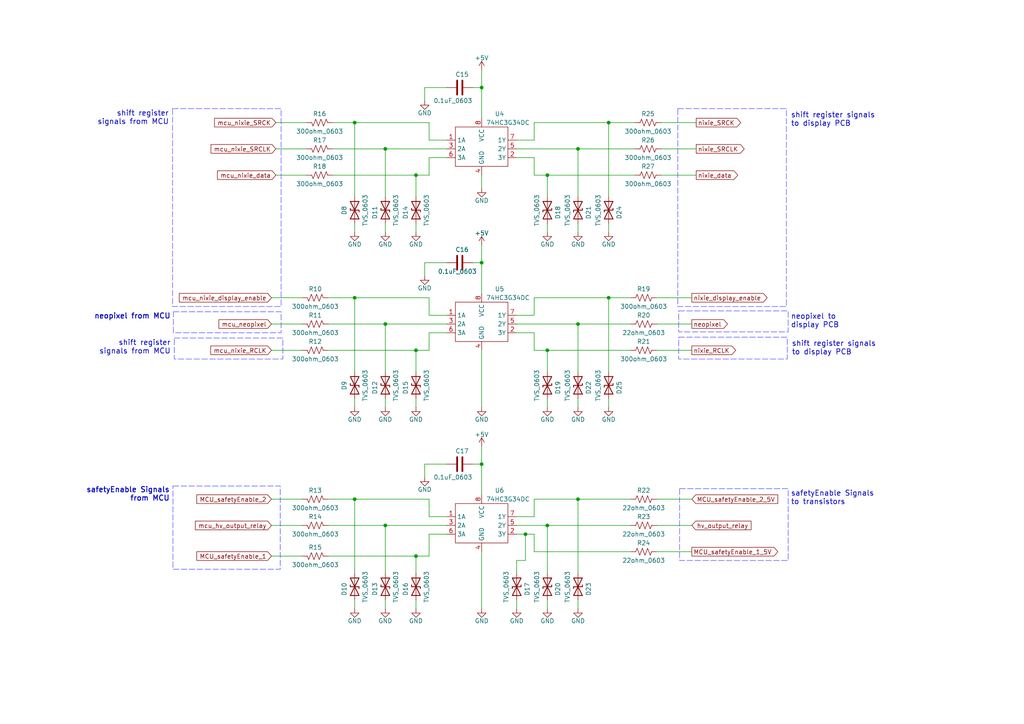
<source format=kicad_sch>
(kicad_sch (version 20250114) (generator "eeschema") (generator_version "9.0")
  (paper "A4")
  (title_block (title "3.3V -> 5.0V Level Shifting") (date "2025-OCT-04") (rev "1") (company "Kadin Whiting"))
  (lib_symbols
    (symbol "Device:C" (pin_numbers (hide yes)) (pin_names (offset 0.254))
      (property "Reference" "C" (at 0.635 2.54 0))
      (property "Value" "C" (at 0.635 -2.54 0))
      (symbol "C_0_1"
        (polyline (pts (xy -2.032 0.762) (xy 2.032 0.762)) (stroke (width 0.508)))
        (polyline (pts (xy -2.032 -0.762) (xy 2.032 -0.762)) (stroke (width 0.508)))
      )
      (symbol "C_1_1"
        (pin passive line (at 0 3.81 270) (length 2.794) (name "~") (number "1"))
        (pin passive line (at 0 -3.81 90) (length 2.794) (name "~") (number "2"))
      )
    )
    (symbol "Device:R_US" (pin_numbers (hide yes)) (pin_names (offset 0))
      (property "Reference" "R" (at 2.54 0 90))
      (property "Value" "R_US" (at -2.54 0 90))
      (symbol "R_US_0_1"
        (polyline (pts (xy 0 2.286) (xy 0 2.54)))
        (polyline (pts (xy 0 2.286) (xy 1.016 1.905) (xy 0 1.524) (xy -1.016 1.143) (xy 0 0.762)))
        (polyline (pts (xy 0 0.762) (xy 1.016 0.381) (xy 0 0) (xy -1.016 -0.381) (xy 0 -0.762)))
        (polyline (pts (xy 0 -0.762) (xy 1.016 -1.143) (xy 0 -1.524) (xy -1.016 -1.905) (xy 0 -2.286)))
        (polyline (pts (xy 0 -2.286) (xy 0 -2.54)))
      )
      (symbol "R_US_1_1"
        (pin passive line (at 0 3.81 270) (length 1.27) (name "~") (number "1"))
        (pin passive line (at 0 -3.81 90) (length 1.27) (name "~") (number "2"))
      )
    )
    (symbol "HDD_CLK_V6.0:74HC3G34DC"
      (property "Reference" "U1" (at 3.81 16.51 0))
      (property "Value" "74HC3G34DC" (at 7.62 13.97 0))
      (symbol "74HC3G34DC_0_1"
        (rectangle (start -7.62 12.7) (end 7.62 1.27))
      )
      (symbol "74HC3G34DC_1_1"
        (pin input line (at -10.16 8.89 0) (length 2.54) (name "1A") (number "1"))
        (pin input line (at -10.16 6.35 0) (length 2.54) (name "2A") (number "3"))
        (pin input line (at -10.16 3.81 0) (length 2.54) (name "3A") (number "6"))
        (pin power_in line (at 0 15.24 270) (length 2.54) (name "VCC") (number "8"))
        (pin power_in line (at 0 -1.27 90) (length 2.54) (name "GND") (number "4"))
        (pin output line (at 10.16 8.89 180) (length 2.54) (name "1Y") (number "7"))
        (pin output line (at 10.16 6.35 180) (length 2.54) (name "2Y") (number "5"))
        (pin output line (at 10.16 3.81 180) (length 2.54) (name "3Y") (number "2"))
      )
    )
    (symbol "HDD_CLK_V6.0:CG0603MLC-05LE" (pin_numbers (hide yes)) (pin_names (offset 1.016) (hide yes))
      (property "Reference" "D11" (at 3.048 1.27 0))
      (property "Value" "CG0603MLC-05LE" (at -3.048 4.572 0))
      (symbol "CG0603MLC-05LE_0_1"
        (polyline (pts (xy -2.54 1.27) (xy -2.54 -1.27) (xy 2.54 1.27) (xy 2.54 -1.27) (xy -2.54 1.27)) (stroke (width 0.254)))
        (polyline (pts (xy 0.508 1.27) (xy 0 1.27) (xy 0 -1.27) (xy -0.508 -1.27)) (stroke (width 0.254)))
        (polyline (pts (xy 1.27 0) (xy -1.27 0)))
      )
      (symbol "CG0603MLC-05LE_1_1"
        (pin passive line (at -3.81 0 0) (length 2.54) (name "A1") (number "1"))
        (pin passive line (at 3.81 0 180) (length 2.54) (name "A2") (number "2"))
      )
    )
    (symbol "power:+5V" (power) (pin_names (offset 0))
      (property "Value" "+5V" (at 0 3.556 0))
      (symbol "+5V_0_1"
        (polyline (pts (xy -0.762 1.27) (xy 0 2.54)))
        (polyline (pts (xy 0 2.54) (xy 0.762 1.27)))
        (polyline (pts (xy 0 0) (xy 0 2.54)))
      )
      (symbol "+5V_1_1"
        (pin power_in line (at 0 0 90) (length 0) (hide yes) (name "+5V") (number "1"))
      )
    )
    (symbol "power:GND" (power) (pin_names (offset 0))
      (property "Value" "GND" (at 0 -3.81 0))
      (symbol "GND_0_1"
        (polyline (pts (xy 0 0) (xy 0 -1.27) (xy 1.27 -1.27) (xy 0 -2.54) (xy -1.27 -1.27) (xy 0 -1.27)))
      )
      (symbol "GND_1_1"
        (pin power_in line (at 0 0 270) (length 0) (hide yes) (name "GND") (number "1"))
      )
    )
  )
  (rectangle (start 50.165 140.97) (end 81.28 165.1) (stroke (width 0) (type dash) (color 72 73 255 1)))
  (rectangle (start 50.038 31.496) (end 81.534 88.9) (stroke (width 0) (type dash) (color 72 73 255 1)))
  (rectangle (start 50.292 90.424) (end 81.534 96.52) (stroke (width 0) (type dash) (color 72 73 255 1)))
  (rectangle (start 196.85 90.17) (end 228.6 96.266) (stroke (width 0) (type dash) (color 72 73 255 1)))
  (rectangle (start 50.546 98.044) (end 82.042 104.14) (stroke (width 0) (type dash) (color 72 73 255 1)))
  (rectangle (start 196.85 97.79) (end 228.346 104.14) (stroke (width 0) (type dash) (color 72 73 255 1)))
  (rectangle (start 197.104 141.732) (end 228.6 162.56) (stroke (width 0) (type dash) (color 72 73 255 1)))
  (rectangle (start 196.596 31.496) (end 228.092 88.9) (stroke (width 0) (type dash) (color 72 73 255 1)))
  (text "safetyEnable Signals\nfrom MCU" (at 49.276 145.542 0) (effects (font (size 1.524 1.524) (thickness 0.25)) (justify right bottom)))
  (text "shift register\nsignals from MCU" (at 49.022 36.322 0) (effects (font (size 1.524 1.524) (thickness 0.1905)) (justify right bottom)))
  (text "shift register signals \nto display PCB" (at 229.616 103.124 0) (effects (font (size 1.524 1.524) (thickness 0.1905)) (justify left bottom)))
  (text "neopixel to\ndisplay PCB" (at 229.362 95.25 0) (effects (font (size 1.524 1.524) (thickness 0.1905)) (justify left bottom)))
  (text "neopixel from MCU" (at 49.53 92.71 0) (effects (font (size 1.524 1.524) (thickness 0.25)) (justify right bottom)))
  (text "safetyEnable Signals\nto transistors" (at 229.362 146.558 0) (effects (font (size 1.524 1.524) (thickness 0.1905)) (justify left bottom)))
  (text "shift register\nsignals from MCU" (at 49.53 102.87 0) (effects (font (size 1.524 1.524) (thickness 0.1905)) (justify right bottom)))
  (text "shift register signals \nto display PCB" (at 229.362 36.83 0) (effects (font (size 1.524 1.524) (thickness 0.1905)) (justify left bottom)))
  (junction (at 152.4 154.94))
  (junction (at 139.7 25.4))
  (junction (at 120.65 161.29))
  (junction (at 139.7 134.62))
  (junction (at 120.65 101.6))
  (junction (at 139.7 76.2))
  (junction (at 102.87 35.56))
  (junction (at 102.87 144.78))
  (junction (at 111.76 93.98))
  (junction (at 111.76 43.18))
  (junction (at 176.53 86.36))
  (junction (at 158.75 50.8))
  (junction (at 158.75 101.6))
  (junction (at 120.65 50.8))
  (junction (at 158.75 152.4))
  (junction (at 111.76 152.4))
  (junction (at 167.64 43.18))
  (junction (at 176.53 35.56))
  (junction (at 102.87 86.36))
  (junction (at 167.64 93.98))
  (junction (at 167.64 144.78))
  (wire (pts (xy 158.75 152.4) (xy 149.86 152.4)))
  (wire (pts (xy 176.53 64.77) (xy 176.53 67.31)))
  (wire (pts (xy 124.46 40.64) (xy 124.46 35.56)))
  (wire (pts (xy 190.5 144.78) (xy 200.66 144.78)))
  (wire (pts (xy 129.54 149.86) (xy 124.46 149.86)))
  (wire (pts (xy 139.7 160.02) (xy 139.7 176.53)))
  (wire (pts (xy 190.5 160.02) (xy 200.66 160.02)))
  (wire (pts (xy 139.7 50.8) (xy 139.7 54.61)))
  (wire (pts (xy 123.19 80.01) (xy 123.19 76.2)))
  (wire (pts (xy 111.76 115.57) (xy 111.76 118.11)))
  (wire (pts (xy 137.16 134.62) (xy 139.7 134.62)))
  (wire (pts (xy 149.86 40.64) (xy 154.94 40.64)))
  (wire (pts (xy 111.76 152.4) (xy 129.54 152.4)))
  (wire (pts (xy 158.75 101.6) (xy 158.75 107.95)))
  (wire (pts (xy 176.53 86.36) (xy 176.53 107.95)))
  (wire (pts (xy 149.86 45.72) (xy 154.94 45.72)))
  (wire (pts (xy 139.7 25.4) (xy 139.7 34.29)))
  (wire (pts (xy 102.87 35.56) (xy 96.52 35.56)))
  (wire (pts (xy 120.65 173.99) (xy 120.65 176.53)))
  (wire (pts (xy 80.01 43.18) (xy 88.9 43.18)))
  (wire (pts (xy 102.87 173.99) (xy 102.87 176.53)))
  (wire (pts (xy 95.25 101.6) (xy 120.65 101.6)))
  (wire (pts (xy 102.87 35.56) (xy 102.87 57.15)))
  (wire (pts (xy 149.86 162.56) (xy 152.4 162.56)))
  (wire (pts (xy 111.76 43.18) (xy 129.54 43.18)))
  (wire (pts (xy 191.77 43.18) (xy 201.93 43.18)))
  (wire (pts (xy 124.46 161.29) (xy 124.46 154.94)))
  (wire (pts (xy 120.65 64.77) (xy 120.65 67.31)))
  (wire (pts (xy 149.86 91.44) (xy 154.94 91.44)))
  (wire (pts (xy 158.75 152.4) (xy 158.75 166.37)))
  (wire (pts (xy 167.64 173.99) (xy 167.64 176.53)))
  (wire (pts (xy 149.86 149.86) (xy 154.94 149.86)))
  (wire (pts (xy 111.76 64.77) (xy 111.76 67.31)))
  (wire (pts (xy 95.25 161.29) (xy 120.65 161.29)))
  (wire (pts (xy 154.94 144.78) (xy 167.64 144.78)))
  (wire (pts (xy 152.4 154.94) (xy 154.94 154.94)))
  (wire (pts (xy 120.65 50.8) (xy 124.46 50.8)))
  (wire (pts (xy 95.25 152.4) (xy 111.76 152.4)))
  (wire (pts (xy 123.19 134.62) (xy 129.54 134.62)))
  (wire (pts (xy 78.74 152.4) (xy 87.63 152.4)))
  (wire (pts (xy 120.65 101.6) (xy 124.46 101.6)))
  (wire (pts (xy 137.16 76.2) (xy 139.7 76.2)))
  (wire (pts (xy 139.7 129.54) (xy 139.7 134.62)))
  (wire (pts (xy 176.53 86.36) (xy 182.88 86.36)))
  (wire (pts (xy 154.94 45.72) (xy 154.94 50.8)))
  (wire (pts (xy 139.7 101.6) (xy 139.7 118.11)))
  (wire (pts (xy 102.87 115.57) (xy 102.87 118.11)))
  (wire (pts (xy 111.76 173.99) (xy 111.76 176.53)))
  (wire (pts (xy 182.88 160.02) (xy 154.94 160.02)))
  (wire (pts (xy 80.01 50.8) (xy 88.9 50.8)))
  (wire (pts (xy 120.65 101.6) (xy 120.65 107.95)))
  (wire (pts (xy 111.76 93.98) (xy 111.76 107.95)))
  (wire (pts (xy 158.75 50.8) (xy 158.75 57.15)))
  (wire (pts (xy 96.52 43.18) (xy 111.76 43.18)))
  (wire (pts (xy 78.74 93.98) (xy 87.63 93.98)))
  (wire (pts (xy 123.19 138.43) (xy 123.19 134.62)))
  (wire (pts (xy 154.94 160.02) (xy 154.94 154.94)))
  (wire (pts (xy 191.77 50.8) (xy 201.93 50.8)))
  (wire (pts (xy 124.46 45.72) (xy 124.46 50.8)))
  (wire (pts (xy 176.53 115.57) (xy 176.53 118.11)))
  (wire (pts (xy 167.64 43.18) (xy 167.64 57.15)))
  (wire (pts (xy 80.01 35.56) (xy 88.9 35.56)))
  (wire (pts (xy 158.75 101.6) (xy 154.94 101.6)))
  (wire (pts (xy 167.64 115.57) (xy 167.64 118.11)))
  (wire (pts (xy 176.53 35.56) (xy 184.15 35.56)))
  (wire (pts (xy 102.87 144.78) (xy 95.25 144.78)))
  (wire (pts (xy 139.7 76.2) (xy 139.7 85.09)))
  (wire (pts (xy 167.64 93.98) (xy 167.64 107.95)))
  (wire (pts (xy 111.76 43.18) (xy 111.76 57.15)))
  (wire (pts (xy 154.94 86.36) (xy 176.53 86.36)))
  (wire (pts (xy 139.7 134.62) (xy 139.7 143.51)))
  (wire (pts (xy 190.5 101.6) (xy 200.66 101.6)))
  (wire (pts (xy 124.46 35.56) (xy 102.87 35.56)))
  (wire (pts (xy 158.75 50.8) (xy 154.94 50.8)))
  (wire (pts (xy 96.52 50.8) (xy 120.65 50.8)))
  (wire (pts (xy 78.74 86.36) (xy 87.63 86.36)))
  (wire (pts (xy 78.74 161.29) (xy 87.63 161.29)))
  (wire (pts (xy 95.25 93.98) (xy 111.76 93.98)))
  (wire (pts (xy 124.46 149.86) (xy 124.46 144.78)))
  (wire (pts (xy 190.5 152.4) (xy 200.66 152.4)))
  (wire (pts (xy 139.7 20.32) (xy 139.7 25.4)))
  (wire (pts (xy 124.46 96.52) (xy 124.46 101.6)))
  (wire (pts (xy 158.75 115.57) (xy 158.75 118.11)))
  (wire (pts (xy 191.77 35.56) (xy 201.93 35.56)))
  (wire (pts (xy 149.86 96.52) (xy 154.94 96.52)))
  (wire (pts (xy 123.19 25.4) (xy 129.54 25.4)))
  (wire (pts (xy 102.87 64.77) (xy 102.87 67.31)))
  (wire (pts (xy 78.74 101.6) (xy 87.63 101.6)))
  (wire (pts (xy 120.65 161.29) (xy 124.46 161.29)))
  (wire (pts (xy 190.5 86.36) (xy 200.66 86.36)))
  (wire (pts (xy 111.76 93.98) (xy 129.54 93.98)))
  (wire (pts (xy 152.4 162.56) (xy 152.4 154.94)))
  (wire (pts (xy 124.46 154.94) (xy 129.54 154.94)))
  (wire (pts (xy 154.94 91.44) (xy 154.94 86.36)))
  (wire (pts (xy 78.74 144.78) (xy 87.63 144.78)))
  (wire (pts (xy 123.19 76.2) (xy 129.54 76.2)))
  (wire (pts (xy 129.54 40.64) (xy 124.46 40.64)))
  (wire (pts (xy 167.64 144.78) (xy 167.64 166.37)))
  (wire (pts (xy 154.94 35.56) (xy 176.53 35.56)))
  (wire (pts (xy 154.94 40.64) (xy 154.94 35.56)))
  (wire (pts (xy 167.64 64.77) (xy 167.64 67.31)))
  (wire (pts (xy 158.75 152.4) (xy 182.88 152.4)))
  (wire (pts (xy 120.65 161.29) (xy 120.65 166.37)))
  (wire (pts (xy 129.54 96.52) (xy 124.46 96.52)))
  (wire (pts (xy 167.64 43.18) (xy 184.15 43.18)))
  (wire (pts (xy 102.87 144.78) (xy 102.87 166.37)))
  (wire (pts (xy 149.86 166.37) (xy 149.86 162.56)))
  (wire (pts (xy 129.54 45.72) (xy 124.46 45.72)))
  (wire (pts (xy 124.46 86.36) (xy 102.87 86.36)))
  (wire (pts (xy 190.5 93.98) (xy 200.66 93.98)))
  (wire (pts (xy 120.65 50.8) (xy 120.65 57.15)))
  (wire (pts (xy 167.64 93.98) (xy 149.86 93.98)))
  (wire (pts (xy 120.65 115.57) (xy 120.65 118.11)))
  (wire (pts (xy 154.94 96.52) (xy 154.94 101.6)))
  (wire (pts (xy 158.75 64.77) (xy 158.75 67.31)))
  (wire (pts (xy 184.15 50.8) (xy 158.75 50.8)))
  (wire (pts (xy 167.64 93.98) (xy 182.88 93.98)))
  (wire (pts (xy 154.94 149.86) (xy 154.94 144.78)))
  (wire (pts (xy 123.19 29.21) (xy 123.19 25.4)))
  (wire (pts (xy 111.76 152.4) (xy 111.76 166.37)))
  (wire (pts (xy 102.87 86.36) (xy 95.25 86.36)))
  (wire (pts (xy 129.54 91.44) (xy 124.46 91.44)))
  (wire (pts (xy 176.53 35.56) (xy 176.53 57.15)))
  (wire (pts (xy 139.7 71.12) (xy 139.7 76.2)))
  (wire (pts (xy 124.46 144.78) (xy 102.87 144.78)))
  (wire (pts (xy 102.87 86.36) (xy 102.87 107.95)))
  (wire (pts (xy 182.88 101.6) (xy 158.75 101.6)))
  (wire (pts (xy 158.75 173.99) (xy 158.75 176.53)))
  (wire (pts (xy 137.16 25.4) (xy 139.7 25.4)))
  (wire (pts (xy 124.46 91.44) (xy 124.46 86.36)))
  (wire (pts (xy 167.64 43.18) (xy 149.86 43.18)))
  (wire (pts (xy 167.64 144.78) (xy 182.88 144.78)))
  (wire (pts (xy 149.86 173.99) (xy 149.86 176.53)))
  (wire (pts (xy 149.86 154.94) (xy 152.4 154.94)))
  (global_label "nixie_SRCLK" (shape output) (at 201.93 43.18 0) (property "Intersheetrefs" "${INTERSHEET_REFS}" (effects (hide yes))))
  (global_label "hv_output_relay" (shape input) (at 200.66 152.4 0) (property "Intersheetrefs" "${INTERSHEET_REFS}" (effects (hide yes))))
  (global_label "nixie_data" (shape output) (at 201.93 50.8 0) (property "Intersheetrefs" "${INTERSHEET_REFS}" (effects (hide yes))))
  (global_label "mcu_nixie_display_enable" (shape input) (at 78.74 86.36 180) (property "Intersheetrefs" "${INTERSHEET_REFS}" (effects (hide yes))))
  (global_label "MCU_safetyEnable_2" (shape input) (at 78.74 144.78 180) (property "Intersheetrefs" "${INTERSHEET_REFS}" (effects (hide yes))))
  (global_label "MCU_safetyEnable_1" (shape input) (at 78.74 161.29 180) (property "Intersheetrefs" "${INTERSHEET_REFS}" (effects (hide yes))))
  (global_label "mcu_nixie_SRCLK" (shape input) (at 80.01 43.18 180) (property "Intersheetrefs" "${INTERSHEET_REFS}" (effects (hide yes))))
  (global_label "MCU_safetyEnable_1_5V" (shape output) (at 200.66 160.02 0) (property "Intersheetrefs" "${INTERSHEET_REFS}" (effects (hide yes))))
  (global_label "mcu_nixie_RCLK" (shape input) (at 78.74 101.6 180) (property "Intersheetrefs" "${INTERSHEET_REFS}" (effects (hide yes))))
  (global_label "nixie_display_enable" (shape output) (at 200.66 86.36 0) (property "Intersheetrefs" "${INTERSHEET_REFS}" (effects (hide yes))))
  (global_label "mcu_nixie_SRCK" (shape input) (at 80.01 35.56 180) (property "Intersheetrefs" "${INTERSHEET_REFS}" (effects (hide yes))))
  (global_label "mcu_nixie_data" (shape input) (at 80.01 50.8 180) (property "Intersheetrefs" "${INTERSHEET_REFS}" (effects (hide yes))))
  (global_label "mcu_hv_output_relay" (shape input) (at 78.74 152.4 180) (property "Intersheetrefs" "${INTERSHEET_REFS}" (effects (hide yes))))
  (global_label "MCU_safetyEnable_2_5V" (shape input) (at 200.66 144.78 0) (property "Intersheetrefs" "${INTERSHEET_REFS}" (effects (hide yes))))
  (global_label "nixie_RCLK" (shape output) (at 200.66 101.6 0) (property "Intersheetrefs" "${INTERSHEET_REFS}" (effects (hide yes))))
  (global_label "neopixel" (shape output) (at 200.66 93.98 0) (property "Intersheetrefs" "${INTERSHEET_REFS}" (effects (hide yes))))
  (global_label "mcu_neopixel" (shape input) (at 78.74 93.98 180) (property "Intersheetrefs" "${INTERSHEET_REFS}" (effects (hide yes))))
  (global_label "nixie_SRCK" (shape output) (at 201.93 35.56 0) (property "Intersheetrefs" "${INTERSHEET_REFS}" (effects (hide yes))))
  (symbol (lib_id "HDD_CLK_V6.0:CG0603MLC-05LE") (at 149.86 170.18 270) (mirror x) (unit 1) (exclude_from_sim yes)
    (property "Reference" "D17" (at 152.908 168.91 0) (effects (justify right)))
    (property "Value" "TVS_0603" (at 146.812 165.608 0) (effects (justify right)))
    (property "Footprint" "Resistor_SMD:R_0603_1608Metric" (effects (hide yes)))
  )
  (symbol (lib_id "HDD_CLK_V6.0:74HC3G34DC") (at 139.7 158.75 0) (unit 1)
    (property "Reference" "U6" (at 143.51 142.24 0) (effects (justify left)))
    (property "Value" "74HC3G34DC" (at 147.32 144.78 0))
    (property "Footprint" "Footprint drive Dump 1:74HC3G34DC" (effects (hide yes)))
    (property "Datasheet" "https://drive.google.com/file/d/16EibTxNWkPvnAx-BvzO5nn8JsdT_xJQ6/view?usp=drive_link" (effects (hide yes)))
  )
  (symbol (lib_id "Device:R_US") (at 91.44 161.29 270) (mirror x) (unit 1)
    (property "Reference" "R15" (at 91.44 158.75 90))
    (property "Value" "300ohm_0603" (at 91.44 163.83 90))
    (property "Footprint" "Resistor_SMD:R_0603_1608Metric" (effects (hide yes)))
  )
  (symbol (lib_id "power:GND") (at 158.75 118.11 0) (mirror y) (unit 1)
    (property "Reference" "#PWR052" (effects (hide yes)))
    (property "Value" "GND" (at 156.718 121.666 0) (effects (justify right)))
  )
  (symbol (lib_id "HDD_CLK_V6.0:CG0603MLC-05LE") (at 158.75 60.96 270) (mirror x) (unit 1) (exclude_from_sim yes)
    (property "Reference" "D18" (at 161.798 59.69 0) (effects (justify right)))
    (property "Value" "TVS_0603" (at 155.702 56.388 0) (effects (justify right)))
    (property "Footprint" "Resistor_SMD:R_0603_1608Metric" (effects (hide yes)))
  )
  (symbol (lib_id "Device:R_US") (at 92.71 35.56 270) (mirror x) (unit 1)
    (property "Reference" "R16" (at 92.71 33.02 90))
    (property "Value" "300ohm_0603" (at 92.71 38.1 90))
    (property "Footprint" "Resistor_SMD:R_0603_1608Metric" (effects (hide yes)))
  )
  (symbol (lib_id "HDD_CLK_V6.0:CG0603MLC-05LE") (at 158.75 111.76 270) (mirror x) (unit 1) (exclude_from_sim yes)
    (property "Reference" "D19" (at 161.798 110.49 0) (effects (justify right)))
    (property "Value" "TVS_0603" (at 155.702 107.188 0) (effects (justify right)))
    (property "Footprint" "Resistor_SMD:R_0603_1608Metric" (effects (hide yes)))
  )
  (symbol (lib_id "Device:R_US") (at 186.69 144.78 270) (unit 1)
    (property "Reference" "R22" (at 186.69 142.24 90))
    (property "Value" "22ohm_0603" (at 186.69 147.32 90))
    (property "Footprint" "Resistor_SMD:R_0603_1608Metric" (effects (hide yes)))
  )
  (symbol (lib_id "HDD_CLK_V6.0:CG0603MLC-05LE") (at 111.76 170.18 90) (unit 1) (exclude_from_sim yes)
    (property "Reference" "D13" (at 108.712 168.91 0) (effects (justify right)))
    (property "Value" "TVS_0603" (at 114.808 165.608 0) (effects (justify right)))
    (property "Footprint" "Resistor_SMD:R_0603_1608Metric" (effects (hide yes)))
  )
  (symbol (lib_id "HDD_CLK_V6.0:CG0603MLC-05LE") (at 176.53 60.96 270) (mirror x) (unit 1) (exclude_from_sim yes)
    (property "Reference" "D24" (at 179.578 59.69 0) (effects (justify right)))
    (property "Value" "TVS_0603" (at 173.482 56.388 0) (effects (justify right)))
    (property "Footprint" "Resistor_SMD:R_0603_1608Metric" (effects (hide yes)))
  )
  (symbol (lib_id "power:GND") (at 167.64 67.31 0) (mirror y) (unit 1)
    (property "Reference" "#PWR054" (effects (hide yes)))
    (property "Value" "GND" (at 165.608 70.866 0) (effects (justify right)))
  )
  (symbol (lib_id "HDD_CLK_V6.0:CG0603MLC-05LE") (at 167.64 170.18 270) (mirror x) (unit 1) (exclude_from_sim yes)
    (property "Reference" "D23" (at 170.688 168.91 0) (effects (justify right)))
    (property "Value" "TVS_0603" (at 164.592 165.608 0) (effects (justify right)))
    (property "Footprint" "Resistor_SMD:R_0603_1608Metric" (effects (hide yes)))
  )
  (symbol (lib_id "power:GND") (at 176.53 118.11 0) (mirror y) (unit 1)
    (property "Reference" "#PWR058" (effects (hide yes)))
    (property "Value" "GND" (at 174.498 121.666 0) (effects (justify right)))
  )
  (symbol (lib_id "power:GND") (at 120.65 176.53 0) (unit 1)
    (property "Reference" "#PWR040" (effects (hide yes)))
    (property "Value" "GND" (at 122.682 180.086 0) (effects (justify right)))
  )
  (symbol (lib_id "HDD_CLK_V6.0:74HC3G34DC") (at 139.7 100.33 0) (unit 1)
    (property "Reference" "U5" (at 143.51 83.82 0) (effects (justify left)))
    (property "Value" "74HC3G34DC" (at 147.32 86.36 0))
    (property "Footprint" "Footprint drive Dump 1:74HC3G34DC" (effects (hide yes)))
    (property "Datasheet" "https://drive.google.com/file/d/16EibTxNWkPvnAx-BvzO5nn8JsdT_xJQ6/view?usp=drive_link" (effects (hide yes)))
  )
  (symbol (lib_id "Device:R_US") (at 186.69 101.6 90) (unit 1)
    (property "Reference" "R21" (at 186.69 99.06 90))
    (property "Value" "300ohm_0603" (at 186.69 104.14 90))
    (property "Footprint" "Resistor_SMD:R_0603_1608Metric" (effects (hide yes)))
  )
  (symbol (lib_id "power:GND") (at 158.75 176.53 0) (mirror y) (unit 1)
    (property "Reference" "#PWR053" (effects (hide yes)))
    (property "Value" "GND" (at 156.718 180.086 0) (effects (justify right)))
  )
  (symbol (lib_id "power:GND") (at 167.64 118.11 0) (mirror y) (unit 1)
    (property "Reference" "#PWR055" (effects (hide yes)))
    (property "Value" "GND" (at 165.608 121.666 0) (effects (justify right)))
  )
  (symbol (lib_id "HDD_CLK_V6.0:CG0603MLC-05LE") (at 120.65 60.96 90) (unit 1) (exclude_from_sim yes)
    (property "Reference" "D14" (at 117.602 59.69 0) (effects (justify right)))
    (property "Value" "TVS_0603" (at 123.698 56.388 0) (effects (justify right)))
    (property "Footprint" "Resistor_SMD:R_0603_1608Metric" (effects (hide yes)))
  )
  (symbol (lib_id "power:GND") (at 123.19 138.43 0) (unit 1)
    (property "Reference" "#PWR043" (effects (hide yes)))
    (property "Value" "GND" (at 125.222 141.986 0) (effects (justify right)))
  )
  (symbol (lib_id "Device:R_US") (at 186.69 152.4 270) (unit 1)
    (property "Reference" "R23" (at 186.69 149.86 90))
    (property "Value" "22ohm_0603" (at 186.69 154.94 90))
    (property "Footprint" "Resistor_SMD:R_0603_1608Metric" (effects (hide yes)))
  )
  (symbol (lib_id "power:GND") (at 149.86 176.53 0) (mirror y) (unit 1)
    (property "Reference" "#PWR050" (effects (hide yes)))
    (property "Value" "GND" (at 147.828 180.086 0) (effects (justify right)))
  )
  (symbol (lib_id "power:+5V") (at 139.7 129.54 0) (unit 1)
    (property "Reference" "#PWR048" (effects (hide yes)))
    (property "Value" "+5V" (at 139.7 126.0381 0))
  )
  (symbol (lib_id "power:GND") (at 176.53 67.31 0) (mirror y) (unit 1)
    (property "Reference" "#PWR057" (effects (hide yes)))
    (property "Value" "GND" (at 174.498 70.866 0) (effects (justify right)))
  )
  (symbol (lib_id "Device:R_US") (at 91.44 144.78 270) (mirror x) (unit 1)
    (property "Reference" "R13" (at 91.44 142.24 90))
    (property "Value" "300ohm_0603" (at 91.44 147.32 90))
    (property "Footprint" "Resistor_SMD:R_0603_1608Metric" (effects (hide yes)))
  )
  (symbol (lib_id "power:GND") (at 167.64 176.53 0) (mirror y) (unit 1)
    (property "Reference" "#PWR056" (effects (hide yes)))
    (property "Value" "GND" (at 165.608 180.086 0) (effects (justify right)))
  )
  (symbol (lib_id "power:GND") (at 120.65 67.31 0) (unit 1)
    (property "Reference" "#PWR038" (effects (hide yes)))
    (property "Value" "GND" (at 122.682 70.866 0) (effects (justify right)))
  )
  (symbol (lib_id "Device:R_US") (at 91.44 86.36 270) (mirror x) (unit 1)
    (property "Reference" "R10" (at 91.44 83.82 90))
    (property "Value" "300ohm_0603" (at 91.44 88.9 90))
    (property "Footprint" "Resistor_SMD:R_0603_1608Metric" (effects (hide yes)))
  )
  (symbol (lib_id "power:GND") (at 111.76 118.11 0) (unit 1)
    (property "Reference" "#PWR036" (effects (hide yes)))
    (property "Value" "GND" (at 113.792 121.666 0) (effects (justify right)))
  )
  (symbol (lib_id "Device:R_US") (at 92.71 50.8 270) (mirror x) (unit 1)
    (property "Reference" "R18" (at 92.71 48.26 90))
    (property "Value" "300ohm_0603" (at 92.71 53.34 90))
    (property "Footprint" "Resistor_SMD:R_0603_1608Metric" (effects (hide yes)))
  )
  (symbol (lib_id "HDD_CLK_V6.0:CG0603MLC-05LE") (at 120.65 111.76 90) (unit 1) (exclude_from_sim yes)
    (property "Reference" "D15" (at 117.602 110.49 0) (effects (justify right)))
    (property "Value" "TVS_0603" (at 123.698 107.188 0) (effects (justify right)))
    (property "Footprint" "Resistor_SMD:R_0603_1608Metric" (effects (hide yes)))
  )
  (symbol (lib_id "HDD_CLK_V6.0:CG0603MLC-05LE") (at 102.87 111.76 90) (unit 1) (exclude_from_sim yes)
    (property "Reference" "D9" (at 99.822 110.49 0) (effects (justify right)))
    (property "Value" "TVS_0603" (at 105.918 107.188 0) (effects (justify right)))
    (property "Footprint" "Resistor_SMD:R_0603_1608Metric" (effects (hide yes)))
  )
  (symbol (lib_id "HDD_CLK_V6.0:74HC3G34DC") (at 139.7 49.53 0) (unit 1)
    (property "Reference" "U4" (at 143.51 33.02 0) (effects (justify left)))
    (property "Value" "74HC3G34DC" (at 147.32 35.56 0))
    (property "Footprint" "Footprint drive Dump 1:74HC3G34DC" (effects (hide yes)))
    (property "Datasheet" "https://drive.google.com/file/d/16EibTxNWkPvnAx-BvzO5nn8JsdT_xJQ6/view?usp=drive_link" (effects (hide yes)))
  )
  (symbol (lib_id "HDD_CLK_V6.0:CG0603MLC-05LE") (at 167.64 111.76 270) (mirror x) (unit 1) (exclude_from_sim yes)
    (property "Reference" "D22" (at 170.688 110.49 0) (effects (justify right)))
    (property "Value" "TVS_0603" (at 164.592 107.188 0) (effects (justify right)))
    (property "Footprint" "Resistor_SMD:R_0603_1608Metric" (effects (hide yes)))
  )
  (symbol (lib_id "Device:R_US") (at 187.96 35.56 270) (unit 1)
    (property "Reference" "R25" (at 187.96 33.02 90))
    (property "Value" "300ohm_0603" (at 187.96 38.1 90))
    (property "Footprint" "Resistor_SMD:R_0603_1608Metric" (effects (hide yes)))
  )
  (symbol (lib_id "power:GND") (at 111.76 67.31 0) (unit 1)
    (property "Reference" "#PWR035" (effects (hide yes)))
    (property "Value" "GND" (at 113.792 70.866 0) (effects (justify right)))
  )
  (symbol (lib_id "Device:R_US") (at 187.96 43.18 270) (unit 1)
    (property "Reference" "R26" (at 187.96 40.64 90))
    (property "Value" "300ohm_0603" (at 187.96 45.72 90))
    (property "Footprint" "Resistor_SMD:R_0603_1608Metric" (effects (hide yes)))
  )
  (symbol (lib_id "Device:R_US") (at 91.44 101.6 90) (mirror x) (unit 1)
    (property "Reference" "R12" (at 91.44 99.06 90))
    (property "Value" "300ohm_0603" (at 91.44 104.14 90))
    (property "Footprint" "Resistor_SMD:R_0603_1608Metric" (effects (hide yes)))
  )
  (symbol (lib_id "power:GND") (at 123.19 80.01 0) (unit 1)
    (property "Reference" "#PWR042" (effects (hide yes)))
    (property "Value" "GND" (at 125.222 83.566 0) (effects (justify right)))
  )
  (symbol (lib_id "power:GND") (at 102.87 118.11 0) (unit 1)
    (property "Reference" "#PWR033" (effects (hide yes)))
    (property "Value" "GND" (at 104.902 121.666 0) (effects (justify right)))
  )
  (symbol (lib_id "HDD_CLK_V6.0:CG0603MLC-05LE") (at 102.87 60.96 90) (unit 1) (exclude_from_sim yes)
    (property "Reference" "D8" (at 99.822 59.69 0) (effects (justify right)))
    (property "Value" "TVS_0603" (at 105.918 56.388 0) (effects (justify right)))
    (property "Footprint" "Resistor_SMD:R_0603_1608Metric" (effects (hide yes)))
  )
  (symbol (lib_id "HDD_CLK_V6.0:CG0603MLC-05LE") (at 111.76 111.76 90) (unit 1) (exclude_from_sim yes)
    (property "Reference" "D12" (at 108.712 110.49 0) (effects (justify right)))
    (property "Value" "TVS_0603" (at 114.808 107.188 0) (effects (justify right)))
    (property "Footprint" "Resistor_SMD:R_0603_1608Metric" (effects (hide yes)))
  )
  (symbol (lib_id "Device:R_US") (at 92.71 43.18 270) (mirror x) (unit 1)
    (property "Reference" "R17" (at 92.71 40.64 90))
    (property "Value" "300ohm_0603" (at 92.71 45.72 90))
    (property "Footprint" "Resistor_SMD:R_0603_1608Metric" (effects (hide yes)))
  )
  (symbol (lib_id "HDD_CLK_V6.0:CG0603MLC-05LE") (at 102.87 170.18 90) (unit 1) (exclude_from_sim yes)
    (property "Reference" "D10" (at 99.822 168.91 0) (effects (justify right)))
    (property "Value" "TVS_0603" (at 105.918 165.608 0) (effects (justify right)))
    (property "Footprint" "Resistor_SMD:R_0603_1608Metric" (effects (hide yes)))
  )
  (symbol (lib_id "power:GND") (at 139.7 118.11 0) (mirror y) (unit 1)
    (property "Reference" "#PWR047" (effects (hide yes)))
    (property "Value" "GND" (at 137.668 121.666 0) (effects (justify right)))
  )
  (symbol (lib_id "power:GND") (at 158.75 67.31 0) (mirror y) (unit 1)
    (property "Reference" "#PWR051" (effects (hide yes)))
    (property "Value" "GND" (at 156.718 70.866 0) (effects (justify right)))
  )
  (symbol (lib_id "Device:R_US") (at 186.69 86.36 270) (unit 1)
    (property "Reference" "R19" (at 186.69 83.82 90))
    (property "Value" "300ohm_0603" (at 186.69 88.9 90))
    (property "Footprint" "Resistor_SMD:R_0603_1608Metric" (effects (hide yes)))
  )
  (symbol (lib_id "Device:R_US") (at 91.44 93.98 270) (mirror x) (unit 1)
    (property "Reference" "R11" (at 91.44 91.44 90))
    (property "Value" "300ohm_0603" (at 91.44 96.52 90))
    (property "Footprint" "Resistor_SMD:R_0603_1608Metric" (effects (hide yes)))
  )
  (symbol (lib_id "Device:R_US") (at 91.44 152.4 270) (mirror x) (unit 1)
    (property "Reference" "R14" (at 91.44 149.86 90))
    (property "Value" "300ohm_0603" (at 91.44 154.94 90))
    (property "Footprint" "Resistor_SMD:R_0603_1608Metric" (effects (hide yes)))
  )
  (symbol (lib_id "Device:R_US") (at 187.96 50.8 90) (unit 1)
    (property "Reference" "R27" (at 187.96 48.26 90))
    (property "Value" "300ohm_0603" (at 187.96 53.34 90))
    (property "Footprint" "Resistor_SMD:R_0603_1608Metric" (effects (hide yes)))
  )
  (symbol (lib_id "HDD_CLK_V6.0:CG0603MLC-05LE") (at 158.75 170.18 270) (mirror x) (unit 1) (exclude_from_sim yes)
    (property "Reference" "D20" (at 161.798 168.91 0) (effects (justify right)))
    (property "Value" "TVS_0603" (at 155.702 165.608 0) (effects (justify right)))
    (property "Footprint" "Resistor_SMD:R_0603_1608Metric" (effects (hide yes)))
  )
  (symbol (lib_id "power:GND") (at 120.65 118.11 0) (unit 1)
    (property "Reference" "#PWR039" (effects (hide yes)))
    (property "Value" "GND" (at 122.682 121.666 0) (effects (justify right)))
  )
  (symbol (lib_id "power:+5V") (at 139.7 20.32 0) (unit 1)
    (property "Reference" "#PWR044" (effects (hide yes)))
    (property "Value" "+5V" (at 139.7 16.8181 0))
  )
  (symbol (lib_id "HDD_CLK_V6.0:CG0603MLC-05LE") (at 167.64 60.96 270) (mirror x) (unit 1) (exclude_from_sim yes)
    (property "Reference" "D21" (at 170.688 59.69 0) (effects (justify right)))
    (property "Value" "TVS_0603" (at 164.592 56.388 0) (effects (justify right)))
    (property "Footprint" "Resistor_SMD:R_0603_1608Metric" (effects (hide yes)))
  )
  (symbol (lib_id "Device:R_US") (at 186.69 160.02 270) (unit 1)
    (property "Reference" "R24" (at 186.69 157.48 90))
    (property "Value" "22ohm_0603" (at 186.69 162.56 90))
    (property "Footprint" "Resistor_SMD:R_0603_1608Metric" (effects (hide yes)))
  )
  (symbol (lib_id "power:GND") (at 102.87 67.31 0) (unit 1)
    (property "Reference" "#PWR032" (effects (hide yes)))
    (property "Value" "GND" (at 104.902 70.866 0) (effects (justify right)))
  )
  (symbol (lib_id "power:GND") (at 139.7 54.61 0) (mirror y) (unit 1)
    (property "Reference" "#PWR045" (effects (hide yes)))
    (property "Value" "GND" (at 137.668 58.166 0) (effects (justify right)))
  )
  (symbol (lib_id "HDD_CLK_V6.0:CG0603MLC-05LE") (at 111.76 60.96 90) (unit 1) (exclude_from_sim yes)
    (property "Reference" "D11" (at 108.712 59.69 0) (effects (justify right)))
    (property "Value" "TVS_0603" (at 114.808 56.388 0) (effects (justify right)))
    (property "Footprint" "Resistor_SMD:R_0603_1608Metric" (effects (hide yes)))
  )
  (symbol (lib_id "Device:C") (at 133.35 134.62 270) (unit 1)
    (property "Reference" "C17" (at 132.08 130.81 90) (effects (justify left)))
    (property "Value" "0.1uF_0603" (at 125.73 138.43 90) (effects (justify left)))
    (property "Footprint" "Capacitor_SMD:C_0603_1608Metric" (effects (hide yes)))
  )
  (symbol (lib_id "Device:R_US") (at 186.69 93.98 270) (unit 1)
    (property "Reference" "R20" (at 186.69 91.44 90))
    (property "Value" "22ohm_0603" (at 186.69 96.52 90))
    (property "Footprint" "Resistor_SMD:R_0603_1608Metric" (effects (hide yes)))
  )
  (symbol (lib_id "Device:C") (at 133.35 25.4 270) (unit 1)
    (property "Reference" "C15" (at 132.08 21.59 90) (effects (justify left)))
    (property "Value" "0.1uF_0603" (at 125.73 29.21 90) (effects (justify left)))
    (property "Footprint" "Capacitor_SMD:C_0603_1608Metric" (effects (hide yes)))
  )
  (symbol (lib_id "power:GND") (at 102.87 176.53 0) (unit 1)
    (property "Reference" "#PWR034" (effects (hide yes)))
    (property "Value" "GND" (at 104.902 180.086 0) (effects (justify right)))
  )
  (symbol (lib_id "power:GND") (at 111.76 176.53 0) (unit 1)
    (property "Reference" "#PWR037" (effects (hide yes)))
    (property "Value" "GND" (at 113.792 180.086 0) (effects (justify right)))
  )
  (symbol (lib_id "power:+5V") (at 139.7 71.12 0) (unit 1)
    (property "Reference" "#PWR046" (effects (hide yes)))
    (property "Value" "+5V" (at 139.7 67.6181 0))
  )
  (symbol (lib_id "HDD_CLK_V6.0:CG0603MLC-05LE") (at 120.65 170.18 90) (unit 1) (exclude_from_sim yes)
    (property "Reference" "D16" (at 117.602 168.91 0) (effects (justify right)))
    (property "Value" "TVS_0603" (at 123.698 165.608 0) (effects (justify right)))
    (property "Footprint" "Resistor_SMD:R_0603_1608Metric" (effects (hide yes)))
  )
  (symbol (lib_id "power:GND") (at 139.7 176.53 0) (mirror y) (unit 1)
    (property "Reference" "#PWR049" (effects (hide yes)))
    (property "Value" "GND" (at 137.668 180.086 0) (effects (justify right)))
  )
  (symbol (lib_id "Device:C") (at 133.35 76.2 270) (unit 1)
    (property "Reference" "C16" (at 132.08 72.39 90) (effects (justify left)))
    (property "Value" "0.1uF_0603" (at 127 78.74 90) (effects (justify left)))
    (property "Footprint" "Capacitor_SMD:C_0603_1608Metric" (effects (hide yes)))
  )
  (symbol (lib_id "power:GND") (at 123.19 29.21 0) (unit 1)
    (property "Reference" "#PWR041" (effects (hide yes)))
    (property "Value" "GND" (at 125.222 32.766 0) (effects (justify right)))
  )
  (symbol (lib_id "HDD_CLK_V6.0:CG0603MLC-05LE") (at 176.53 111.76 270) (mirror x) (unit 1) (exclude_from_sim yes)
    (property "Reference" "D25" (at 179.578 110.49 0) (effects (justify right)))
    (property "Value" "TVS_0603" (at 173.482 107.188 0) (effects (justify right)))
    (property "Footprint" "Resistor_SMD:R_0603_1608Metric" (effects (hide yes)))
  )
)
</source>
